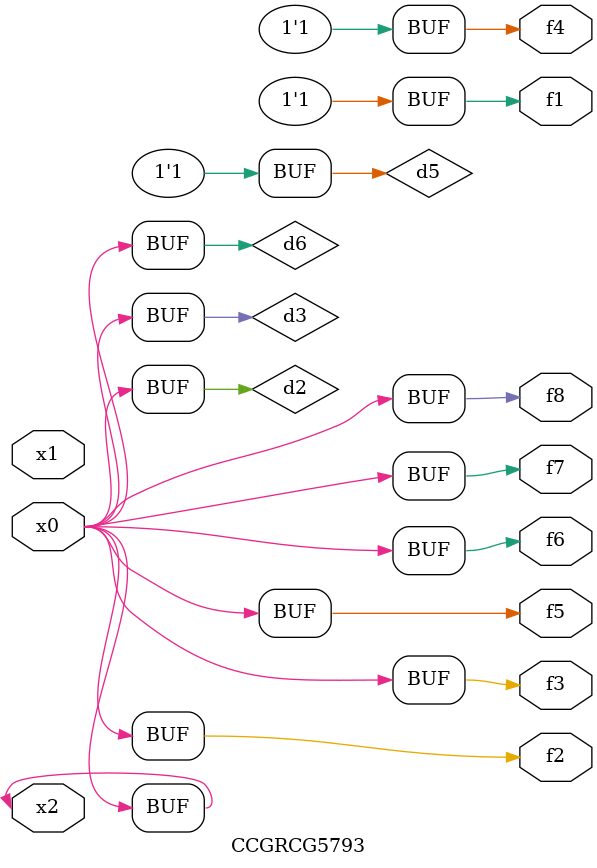
<source format=v>
module CCGRCG5793(
	input x0, x1, x2,
	output f1, f2, f3, f4, f5, f6, f7, f8
);

	wire d1, d2, d3, d4, d5, d6;

	xnor (d1, x2);
	buf (d2, x0, x2);
	and (d3, x0);
	xnor (d4, x1, x2);
	nand (d5, d1, d3);
	buf (d6, d2, d3);
	assign f1 = d5;
	assign f2 = d6;
	assign f3 = d6;
	assign f4 = d5;
	assign f5 = d6;
	assign f6 = d6;
	assign f7 = d6;
	assign f8 = d6;
endmodule

</source>
